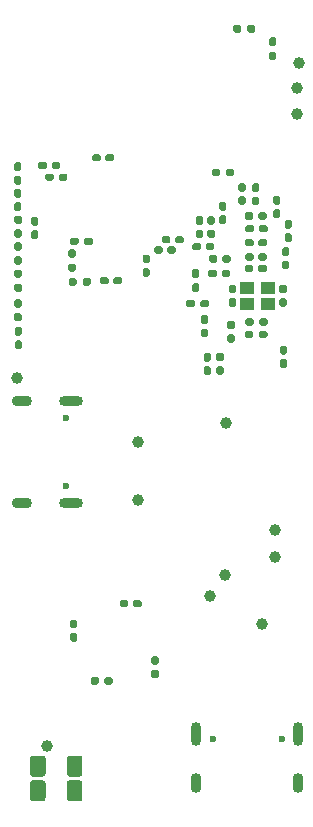
<source format=gbr>
G04 #@! TF.GenerationSoftware,KiCad,Pcbnew,7.0.8-7.0.8~ubuntu22.04.1*
G04 #@! TF.CreationDate,2023-10-22T15:09:54+03:00*
G04 #@! TF.ProjectId,H616_devboard,48363136-5f64-4657-9662-6f6172642e6b,rev?*
G04 #@! TF.SameCoordinates,Original*
G04 #@! TF.FileFunction,Soldermask,Bot*
G04 #@! TF.FilePolarity,Negative*
%FSLAX46Y46*%
G04 Gerber Fmt 4.6, Leading zero omitted, Abs format (unit mm)*
G04 Created by KiCad (PCBNEW 7.0.8-7.0.8~ubuntu22.04.1) date 2023-10-22 15:09:54*
%MOMM*%
%LPD*%
G01*
G04 APERTURE LIST*
%ADD10C,1.000000*%
%ADD11C,0.600000*%
%ADD12O,0.900000X2.000000*%
%ADD13O,0.900000X1.700000*%
%ADD14O,2.000000X0.900000*%
%ADD15O,1.700000X0.900000*%
%ADD16R,1.150000X1.000000*%
G04 APERTURE END LIST*
D10*
X145950000Y-119150000D03*
X151400000Y-115800000D03*
X153270000Y-76130000D03*
X139830000Y-106110000D03*
X147320000Y-104480000D03*
X132150000Y-131790000D03*
D11*
X146200000Y-131270000D03*
X151980000Y-131270000D03*
D12*
X144770000Y-130790000D03*
D13*
X144770000Y-134960000D03*
D12*
X153410000Y-130790000D03*
D13*
X153410000Y-134960000D03*
D10*
X147160000Y-117340000D03*
X153500000Y-74000000D03*
X153290000Y-78270000D03*
X139790000Y-110960000D03*
X151450000Y-113510000D03*
X129600000Y-100630000D03*
D11*
X133700000Y-104020000D03*
X133700000Y-109800000D03*
D14*
X134180000Y-102590000D03*
D15*
X130010000Y-102590000D03*
D14*
X134180000Y-111230000D03*
D15*
X130010000Y-111230000D03*
D10*
X150360000Y-121450000D03*
G36*
G01*
X135992500Y-88940000D02*
X135992500Y-89260000D01*
G75*
G02*
X135832500Y-89420000I-160000J0D01*
G01*
X135437500Y-89420000D01*
G75*
G02*
X135277500Y-89260000I0J160000D01*
G01*
X135277500Y-88940000D01*
G75*
G02*
X135437500Y-88780000I160000J0D01*
G01*
X135832500Y-88780000D01*
G75*
G02*
X135992500Y-88940000I0J-160000D01*
G01*
G37*
G36*
G01*
X134797500Y-88940000D02*
X134797500Y-89260000D01*
G75*
G02*
X134637500Y-89420000I-160000J0D01*
G01*
X134242500Y-89420000D01*
G75*
G02*
X134082500Y-89260000I0J160000D01*
G01*
X134082500Y-88940000D01*
G75*
G02*
X134242500Y-88780000I160000J0D01*
G01*
X134637500Y-88780000D01*
G75*
G02*
X134797500Y-88940000I0J-160000D01*
G01*
G37*
G36*
G01*
X148795000Y-86022500D02*
X148485000Y-86022500D01*
G75*
G02*
X148330000Y-85867500I0J155000D01*
G01*
X148330000Y-85442500D01*
G75*
G02*
X148485000Y-85287500I155000J0D01*
G01*
X148795000Y-85287500D01*
G75*
G02*
X148950000Y-85442500I0J-155000D01*
G01*
X148950000Y-85867500D01*
G75*
G02*
X148795000Y-86022500I-155000J0D01*
G01*
G37*
G36*
G01*
X148795000Y-84887500D02*
X148485000Y-84887500D01*
G75*
G02*
X148330000Y-84732500I0J155000D01*
G01*
X148330000Y-84307500D01*
G75*
G02*
X148485000Y-84152500I155000J0D01*
G01*
X148795000Y-84152500D01*
G75*
G02*
X148950000Y-84307500I0J-155000D01*
G01*
X148950000Y-84732500D01*
G75*
G02*
X148795000Y-84887500I-155000J0D01*
G01*
G37*
G36*
G01*
X144540000Y-91457500D02*
X144860000Y-91457500D01*
G75*
G02*
X145020000Y-91617500I0J-160000D01*
G01*
X145020000Y-92012500D01*
G75*
G02*
X144860000Y-92172500I-160000J0D01*
G01*
X144540000Y-92172500D01*
G75*
G02*
X144380000Y-92012500I0J160000D01*
G01*
X144380000Y-91617500D01*
G75*
G02*
X144540000Y-91457500I160000J0D01*
G01*
G37*
G36*
G01*
X144540000Y-92652500D02*
X144860000Y-92652500D01*
G75*
G02*
X145020000Y-92812500I0J-160000D01*
G01*
X145020000Y-93207500D01*
G75*
G02*
X144860000Y-93367500I-160000J0D01*
G01*
X144540000Y-93367500D01*
G75*
G02*
X144380000Y-93207500I0J160000D01*
G01*
X144380000Y-92812500D01*
G75*
G02*
X144540000Y-92652500I160000J0D01*
G01*
G37*
G36*
G01*
X150792500Y-96820000D02*
X150792500Y-97140000D01*
G75*
G02*
X150632500Y-97300000I-160000J0D01*
G01*
X150237500Y-97300000D01*
G75*
G02*
X150077500Y-97140000I0J160000D01*
G01*
X150077500Y-96820000D01*
G75*
G02*
X150237500Y-96660000I160000J0D01*
G01*
X150632500Y-96660000D01*
G75*
G02*
X150792500Y-96820000I0J-160000D01*
G01*
G37*
G36*
G01*
X149597500Y-96820000D02*
X149597500Y-97140000D01*
G75*
G02*
X149437500Y-97300000I-160000J0D01*
G01*
X149042500Y-97300000D01*
G75*
G02*
X148882500Y-97140000I0J160000D01*
G01*
X148882500Y-96820000D01*
G75*
G02*
X149042500Y-96660000I160000J0D01*
G01*
X149437500Y-96660000D01*
G75*
G02*
X149597500Y-96820000I0J-160000D01*
G01*
G37*
G36*
G01*
X136607500Y-92575000D02*
X136607500Y-92265000D01*
G75*
G02*
X136762500Y-92110000I155000J0D01*
G01*
X137187500Y-92110000D01*
G75*
G02*
X137342500Y-92265000I0J-155000D01*
G01*
X137342500Y-92575000D01*
G75*
G02*
X137187500Y-92730000I-155000J0D01*
G01*
X136762500Y-92730000D01*
G75*
G02*
X136607500Y-92575000I0J155000D01*
G01*
G37*
G36*
G01*
X137742500Y-92575000D02*
X137742500Y-92265000D01*
G75*
G02*
X137897500Y-92110000I155000J0D01*
G01*
X138322500Y-92110000D01*
G75*
G02*
X138477500Y-92265000I0J-155000D01*
G01*
X138477500Y-92575000D01*
G75*
G02*
X138322500Y-92730000I-155000J0D01*
G01*
X137897500Y-92730000D01*
G75*
G02*
X137742500Y-92575000I0J155000D01*
G01*
G37*
G36*
G01*
X145827500Y-94200000D02*
X145827500Y-94520000D01*
G75*
G02*
X145667500Y-94680000I-160000J0D01*
G01*
X145272500Y-94680000D01*
G75*
G02*
X145112500Y-94520000I0J160000D01*
G01*
X145112500Y-94200000D01*
G75*
G02*
X145272500Y-94040000I160000J0D01*
G01*
X145667500Y-94040000D01*
G75*
G02*
X145827500Y-94200000I0J-160000D01*
G01*
G37*
G36*
G01*
X144632500Y-94200000D02*
X144632500Y-94520000D01*
G75*
G02*
X144472500Y-94680000I-160000J0D01*
G01*
X144077500Y-94680000D01*
G75*
G02*
X143917500Y-94520000I0J160000D01*
G01*
X143917500Y-94200000D01*
G75*
G02*
X144077500Y-94040000I160000J0D01*
G01*
X144472500Y-94040000D01*
G75*
G02*
X144632500Y-94200000I0J-160000D01*
G01*
G37*
G36*
G01*
X151945000Y-92752500D02*
X152255000Y-92752500D01*
G75*
G02*
X152410000Y-92907500I0J-155000D01*
G01*
X152410000Y-93332500D01*
G75*
G02*
X152255000Y-93487500I-155000J0D01*
G01*
X151945000Y-93487500D01*
G75*
G02*
X151790000Y-93332500I0J155000D01*
G01*
X151790000Y-92907500D01*
G75*
G02*
X151945000Y-92752500I155000J0D01*
G01*
G37*
G36*
G01*
X151945000Y-93887500D02*
X152255000Y-93887500D01*
G75*
G02*
X152410000Y-94042500I0J-155000D01*
G01*
X152410000Y-94467500D01*
G75*
G02*
X152255000Y-94622500I-155000J0D01*
G01*
X151945000Y-94622500D01*
G75*
G02*
X151790000Y-94467500I0J155000D01*
G01*
X151790000Y-94042500D01*
G75*
G02*
X151945000Y-93887500I155000J0D01*
G01*
G37*
G36*
G01*
X146615000Y-98517500D02*
X146925000Y-98517500D01*
G75*
G02*
X147080000Y-98672500I0J-155000D01*
G01*
X147080000Y-99097500D01*
G75*
G02*
X146925000Y-99252500I-155000J0D01*
G01*
X146615000Y-99252500D01*
G75*
G02*
X146460000Y-99097500I0J155000D01*
G01*
X146460000Y-98672500D01*
G75*
G02*
X146615000Y-98517500I155000J0D01*
G01*
G37*
G36*
G01*
X146615000Y-99652500D02*
X146925000Y-99652500D01*
G75*
G02*
X147080000Y-99807500I0J-155000D01*
G01*
X147080000Y-100232500D01*
G75*
G02*
X146925000Y-100387500I-155000J0D01*
G01*
X146615000Y-100387500D01*
G75*
G02*
X146460000Y-100232500I0J155000D01*
G01*
X146460000Y-99807500D01*
G75*
G02*
X146615000Y-99652500I155000J0D01*
G01*
G37*
G36*
G01*
X149772500Y-70940000D02*
X149772500Y-71260000D01*
G75*
G02*
X149612500Y-71420000I-160000J0D01*
G01*
X149217500Y-71420000D01*
G75*
G02*
X149057500Y-71260000I0J160000D01*
G01*
X149057500Y-70940000D01*
G75*
G02*
X149217500Y-70780000I160000J0D01*
G01*
X149612500Y-70780000D01*
G75*
G02*
X149772500Y-70940000I0J-160000D01*
G01*
G37*
G36*
G01*
X148577500Y-70940000D02*
X148577500Y-71260000D01*
G75*
G02*
X148417500Y-71420000I-160000J0D01*
G01*
X148022500Y-71420000D01*
G75*
G02*
X147862500Y-71260000I0J160000D01*
G01*
X147862500Y-70940000D01*
G75*
G02*
X148022500Y-70780000I160000J0D01*
G01*
X148417500Y-70780000D01*
G75*
G02*
X148577500Y-70940000I0J-160000D01*
G01*
G37*
G36*
G01*
X147555000Y-95802500D02*
X147865000Y-95802500D01*
G75*
G02*
X148020000Y-95957500I0J-155000D01*
G01*
X148020000Y-96382500D01*
G75*
G02*
X147865000Y-96537500I-155000J0D01*
G01*
X147555000Y-96537500D01*
G75*
G02*
X147400000Y-96382500I0J155000D01*
G01*
X147400000Y-95957500D01*
G75*
G02*
X147555000Y-95802500I155000J0D01*
G01*
G37*
G36*
G01*
X147555000Y-96937500D02*
X147865000Y-96937500D01*
G75*
G02*
X148020000Y-97092500I0J-155000D01*
G01*
X148020000Y-97517500D01*
G75*
G02*
X147865000Y-97672500I-155000J0D01*
G01*
X147555000Y-97672500D01*
G75*
G02*
X147400000Y-97517500I0J155000D01*
G01*
X147400000Y-97092500D01*
G75*
G02*
X147555000Y-96937500I155000J0D01*
G01*
G37*
G36*
G01*
X129495000Y-82417500D02*
X129805000Y-82417500D01*
G75*
G02*
X129960000Y-82572500I0J-155000D01*
G01*
X129960000Y-82997500D01*
G75*
G02*
X129805000Y-83152500I-155000J0D01*
G01*
X129495000Y-83152500D01*
G75*
G02*
X129340000Y-82997500I0J155000D01*
G01*
X129340000Y-82572500D01*
G75*
G02*
X129495000Y-82417500I155000J0D01*
G01*
G37*
G36*
G01*
X129495000Y-83552500D02*
X129805000Y-83552500D01*
G75*
G02*
X129960000Y-83707500I0J-155000D01*
G01*
X129960000Y-84132500D01*
G75*
G02*
X129805000Y-84287500I-155000J0D01*
G01*
X129495000Y-84287500D01*
G75*
G02*
X129340000Y-84132500I0J155000D01*
G01*
X129340000Y-83707500D01*
G75*
G02*
X129495000Y-83552500I155000J0D01*
G01*
G37*
G36*
G01*
X147967500Y-83100000D02*
X147967500Y-83420000D01*
G75*
G02*
X147807500Y-83580000I-160000J0D01*
G01*
X147412500Y-83580000D01*
G75*
G02*
X147252500Y-83420000I0J160000D01*
G01*
X147252500Y-83100000D01*
G75*
G02*
X147412500Y-82940000I160000J0D01*
G01*
X147807500Y-82940000D01*
G75*
G02*
X147967500Y-83100000I0J-160000D01*
G01*
G37*
G36*
G01*
X146772500Y-83100000D02*
X146772500Y-83420000D01*
G75*
G02*
X146612500Y-83580000I-160000J0D01*
G01*
X146217500Y-83580000D01*
G75*
G02*
X146057500Y-83420000I0J160000D01*
G01*
X146057500Y-83100000D01*
G75*
G02*
X146217500Y-82940000I160000J0D01*
G01*
X146612500Y-82940000D01*
G75*
G02*
X146772500Y-83100000I0J-160000D01*
G01*
G37*
G36*
G01*
X134400000Y-91687500D02*
X134080000Y-91687500D01*
G75*
G02*
X133920000Y-91527500I0J160000D01*
G01*
X133920000Y-91132500D01*
G75*
G02*
X134080000Y-90972500I160000J0D01*
G01*
X134400000Y-90972500D01*
G75*
G02*
X134560000Y-91132500I0J-160000D01*
G01*
X134560000Y-91527500D01*
G75*
G02*
X134400000Y-91687500I-160000J0D01*
G01*
G37*
G36*
G01*
X134400000Y-90492500D02*
X134080000Y-90492500D01*
G75*
G02*
X133920000Y-90332500I0J160000D01*
G01*
X133920000Y-89937500D01*
G75*
G02*
X134080000Y-89777500I160000J0D01*
G01*
X134400000Y-89777500D01*
G75*
G02*
X134560000Y-89937500I0J-160000D01*
G01*
X134560000Y-90332500D01*
G75*
G02*
X134400000Y-90492500I-160000J0D01*
G01*
G37*
G36*
G01*
X150737500Y-91245000D02*
X150737500Y-91555000D01*
G75*
G02*
X150582500Y-91710000I-155000J0D01*
G01*
X150157500Y-91710000D01*
G75*
G02*
X150002500Y-91555000I0J155000D01*
G01*
X150002500Y-91245000D01*
G75*
G02*
X150157500Y-91090000I155000J0D01*
G01*
X150582500Y-91090000D01*
G75*
G02*
X150737500Y-91245000I0J-155000D01*
G01*
G37*
G36*
G01*
X149602500Y-91245000D02*
X149602500Y-91555000D01*
G75*
G02*
X149447500Y-91710000I-155000J0D01*
G01*
X149022500Y-91710000D01*
G75*
G02*
X148867500Y-91555000I0J155000D01*
G01*
X148867500Y-91245000D01*
G75*
G02*
X149022500Y-91090000I155000J0D01*
G01*
X149447500Y-91090000D01*
G75*
G02*
X149602500Y-91245000I0J-155000D01*
G01*
G37*
G36*
G01*
X135122500Y-134960000D02*
X135122500Y-136260000D01*
G75*
G02*
X134872500Y-136510000I-250000J0D01*
G01*
X134047500Y-136510000D01*
G75*
G02*
X133797500Y-136260000I0J250000D01*
G01*
X133797500Y-134960000D01*
G75*
G02*
X134047500Y-134710000I250000J0D01*
G01*
X134872500Y-134710000D01*
G75*
G02*
X135122500Y-134960000I0J-250000D01*
G01*
G37*
G36*
G01*
X131997500Y-134960000D02*
X131997500Y-136260000D01*
G75*
G02*
X131747500Y-136510000I-250000J0D01*
G01*
X130922500Y-136510000D01*
G75*
G02*
X130672500Y-136260000I0J250000D01*
G01*
X130672500Y-134960000D01*
G75*
G02*
X130922500Y-134710000I250000J0D01*
G01*
X131747500Y-134710000D01*
G75*
G02*
X131997500Y-134960000I0J-250000D01*
G01*
G37*
G36*
G01*
X135127500Y-132880000D02*
X135127500Y-134180000D01*
G75*
G02*
X134877500Y-134430000I-250000J0D01*
G01*
X134052500Y-134430000D01*
G75*
G02*
X133802500Y-134180000I0J250000D01*
G01*
X133802500Y-132880000D01*
G75*
G02*
X134052500Y-132630000I250000J0D01*
G01*
X134877500Y-132630000D01*
G75*
G02*
X135127500Y-132880000I0J-250000D01*
G01*
G37*
G36*
G01*
X132002500Y-132880000D02*
X132002500Y-134180000D01*
G75*
G02*
X131752500Y-134430000I-250000J0D01*
G01*
X130927500Y-134430000D01*
G75*
G02*
X130677500Y-134180000I0J250000D01*
G01*
X130677500Y-132880000D01*
G75*
G02*
X130927500Y-132630000I250000J0D01*
G01*
X131752500Y-132630000D01*
G75*
G02*
X132002500Y-132880000I0J-250000D01*
G01*
G37*
G36*
G01*
X152395000Y-87292500D02*
X152705000Y-87292500D01*
G75*
G02*
X152860000Y-87447500I0J-155000D01*
G01*
X152860000Y-87872500D01*
G75*
G02*
X152705000Y-88027500I-155000J0D01*
G01*
X152395000Y-88027500D01*
G75*
G02*
X152240000Y-87872500I0J155000D01*
G01*
X152240000Y-87447500D01*
G75*
G02*
X152395000Y-87292500I155000J0D01*
G01*
G37*
G36*
G01*
X152395000Y-88427500D02*
X152705000Y-88427500D01*
G75*
G02*
X152860000Y-88582500I0J-155000D01*
G01*
X152860000Y-89007500D01*
G75*
G02*
X152705000Y-89162500I-155000J0D01*
G01*
X152395000Y-89162500D01*
G75*
G02*
X152240000Y-89007500I0J155000D01*
G01*
X152240000Y-88582500D01*
G75*
G02*
X152395000Y-88427500I155000J0D01*
G01*
G37*
G36*
G01*
X151735000Y-87125000D02*
X151425000Y-87125000D01*
G75*
G02*
X151270000Y-86970000I0J155000D01*
G01*
X151270000Y-86545000D01*
G75*
G02*
X151425000Y-86390000I155000J0D01*
G01*
X151735000Y-86390000D01*
G75*
G02*
X151890000Y-86545000I0J-155000D01*
G01*
X151890000Y-86970000D01*
G75*
G02*
X151735000Y-87125000I-155000J0D01*
G01*
G37*
G36*
G01*
X151735000Y-85990000D02*
X151425000Y-85990000D01*
G75*
G02*
X151270000Y-85835000I0J155000D01*
G01*
X151270000Y-85410000D01*
G75*
G02*
X151425000Y-85255000I155000J0D01*
G01*
X151735000Y-85255000D01*
G75*
G02*
X151890000Y-85410000I0J-155000D01*
G01*
X151890000Y-85835000D01*
G75*
G02*
X151735000Y-85990000I-155000J0D01*
G01*
G37*
G36*
G01*
X143712500Y-88805000D02*
X143712500Y-89115000D01*
G75*
G02*
X143557500Y-89270000I-155000J0D01*
G01*
X143132500Y-89270000D01*
G75*
G02*
X142977500Y-89115000I0J155000D01*
G01*
X142977500Y-88805000D01*
G75*
G02*
X143132500Y-88650000I155000J0D01*
G01*
X143557500Y-88650000D01*
G75*
G02*
X143712500Y-88805000I0J-155000D01*
G01*
G37*
G36*
G01*
X142577500Y-88805000D02*
X142577500Y-89115000D01*
G75*
G02*
X142422500Y-89270000I-155000J0D01*
G01*
X141997500Y-89270000D01*
G75*
G02*
X141842500Y-89115000I0J155000D01*
G01*
X141842500Y-88805000D01*
G75*
G02*
X141997500Y-88650000I155000J0D01*
G01*
X142422500Y-88650000D01*
G75*
G02*
X142577500Y-88805000I0J-155000D01*
G01*
G37*
G36*
G01*
X129525000Y-86912500D02*
X129835000Y-86912500D01*
G75*
G02*
X129990000Y-87067500I0J-155000D01*
G01*
X129990000Y-87492500D01*
G75*
G02*
X129835000Y-87647500I-155000J0D01*
G01*
X129525000Y-87647500D01*
G75*
G02*
X129370000Y-87492500I0J155000D01*
G01*
X129370000Y-87067500D01*
G75*
G02*
X129525000Y-86912500I155000J0D01*
G01*
G37*
G36*
G01*
X129525000Y-88047500D02*
X129835000Y-88047500D01*
G75*
G02*
X129990000Y-88202500I0J-155000D01*
G01*
X129990000Y-88627500D01*
G75*
G02*
X129835000Y-88782500I-155000J0D01*
G01*
X129525000Y-88782500D01*
G75*
G02*
X129370000Y-88627500I0J155000D01*
G01*
X129370000Y-88202500D01*
G75*
G02*
X129525000Y-88047500I155000J0D01*
G01*
G37*
G36*
G01*
X131372500Y-82835000D02*
X131372500Y-82525000D01*
G75*
G02*
X131527500Y-82370000I155000J0D01*
G01*
X131952500Y-82370000D01*
G75*
G02*
X132107500Y-82525000I0J-155000D01*
G01*
X132107500Y-82835000D01*
G75*
G02*
X131952500Y-82990000I-155000J0D01*
G01*
X131527500Y-82990000D01*
G75*
G02*
X131372500Y-82835000I0J155000D01*
G01*
G37*
G36*
G01*
X132507500Y-82835000D02*
X132507500Y-82525000D01*
G75*
G02*
X132662500Y-82370000I155000J0D01*
G01*
X133087500Y-82370000D01*
G75*
G02*
X133242500Y-82525000I0J-155000D01*
G01*
X133242500Y-82835000D01*
G75*
G02*
X133087500Y-82990000I-155000J0D01*
G01*
X132662500Y-82990000D01*
G75*
G02*
X132507500Y-82835000I0J155000D01*
G01*
G37*
G36*
G01*
X143047500Y-89675000D02*
X143047500Y-89985000D01*
G75*
G02*
X142892500Y-90140000I-155000J0D01*
G01*
X142467500Y-90140000D01*
G75*
G02*
X142312500Y-89985000I0J155000D01*
G01*
X142312500Y-89675000D01*
G75*
G02*
X142467500Y-89520000I155000J0D01*
G01*
X142892500Y-89520000D01*
G75*
G02*
X143047500Y-89675000I0J-155000D01*
G01*
G37*
G36*
G01*
X141912500Y-89675000D02*
X141912500Y-89985000D01*
G75*
G02*
X141757500Y-90140000I-155000J0D01*
G01*
X141332500Y-90140000D01*
G75*
G02*
X141177500Y-89985000I0J155000D01*
G01*
X141177500Y-89675000D01*
G75*
G02*
X141332500Y-89520000I155000J0D01*
G01*
X141757500Y-89520000D01*
G75*
G02*
X141912500Y-89675000I0J-155000D01*
G01*
G37*
G36*
G01*
X151995000Y-97942500D02*
X152305000Y-97942500D01*
G75*
G02*
X152460000Y-98097500I0J-155000D01*
G01*
X152460000Y-98522500D01*
G75*
G02*
X152305000Y-98677500I-155000J0D01*
G01*
X151995000Y-98677500D01*
G75*
G02*
X151840000Y-98522500I0J155000D01*
G01*
X151840000Y-98097500D01*
G75*
G02*
X151995000Y-97942500I155000J0D01*
G01*
G37*
G36*
G01*
X151995000Y-99077500D02*
X152305000Y-99077500D01*
G75*
G02*
X152460000Y-99232500I0J-155000D01*
G01*
X152460000Y-99657500D01*
G75*
G02*
X152305000Y-99812500I-155000J0D01*
G01*
X151995000Y-99812500D01*
G75*
G02*
X151840000Y-99657500I0J155000D01*
G01*
X151840000Y-99232500D01*
G75*
G02*
X151995000Y-99077500I155000J0D01*
G01*
G37*
G36*
G01*
X131977500Y-83815000D02*
X131977500Y-83505000D01*
G75*
G02*
X132132500Y-83350000I155000J0D01*
G01*
X132557500Y-83350000D01*
G75*
G02*
X132712500Y-83505000I0J-155000D01*
G01*
X132712500Y-83815000D01*
G75*
G02*
X132557500Y-83970000I-155000J0D01*
G01*
X132132500Y-83970000D01*
G75*
G02*
X131977500Y-83815000I0J155000D01*
G01*
G37*
G36*
G01*
X133112500Y-83815000D02*
X133112500Y-83505000D01*
G75*
G02*
X133267500Y-83350000I155000J0D01*
G01*
X133692500Y-83350000D01*
G75*
G02*
X133847500Y-83505000I0J-155000D01*
G01*
X133847500Y-83815000D01*
G75*
G02*
X133692500Y-83970000I-155000J0D01*
G01*
X133267500Y-83970000D01*
G75*
G02*
X133112500Y-83815000I0J155000D01*
G01*
G37*
G36*
G01*
X140365000Y-90217500D02*
X140675000Y-90217500D01*
G75*
G02*
X140830000Y-90372500I0J-155000D01*
G01*
X140830000Y-90797500D01*
G75*
G02*
X140675000Y-90952500I-155000J0D01*
G01*
X140365000Y-90952500D01*
G75*
G02*
X140210000Y-90797500I0J155000D01*
G01*
X140210000Y-90372500D01*
G75*
G02*
X140365000Y-90217500I155000J0D01*
G01*
G37*
G36*
G01*
X140365000Y-91352500D02*
X140675000Y-91352500D01*
G75*
G02*
X140830000Y-91507500I0J-155000D01*
G01*
X140830000Y-91932500D01*
G75*
G02*
X140675000Y-92087500I-155000J0D01*
G01*
X140365000Y-92087500D01*
G75*
G02*
X140210000Y-91932500I0J155000D01*
G01*
X140210000Y-91507500D01*
G75*
G02*
X140365000Y-91352500I155000J0D01*
G01*
G37*
G36*
G01*
X151380000Y-73737500D02*
X151060000Y-73737500D01*
G75*
G02*
X150900000Y-73577500I0J160000D01*
G01*
X150900000Y-73182500D01*
G75*
G02*
X151060000Y-73022500I160000J0D01*
G01*
X151380000Y-73022500D01*
G75*
G02*
X151540000Y-73182500I0J-160000D01*
G01*
X151540000Y-73577500D01*
G75*
G02*
X151380000Y-73737500I-160000J0D01*
G01*
G37*
G36*
G01*
X151380000Y-72542500D02*
X151060000Y-72542500D01*
G75*
G02*
X150900000Y-72382500I0J160000D01*
G01*
X150900000Y-71987500D01*
G75*
G02*
X151060000Y-71827500I160000J0D01*
G01*
X151380000Y-71827500D01*
G75*
G02*
X151540000Y-71987500I0J-160000D01*
G01*
X151540000Y-72382500D01*
G75*
G02*
X151380000Y-72542500I-160000J0D01*
G01*
G37*
G36*
G01*
X150792500Y-87875000D02*
X150792500Y-88185000D01*
G75*
G02*
X150637500Y-88340000I-155000J0D01*
G01*
X150212500Y-88340000D01*
G75*
G02*
X150057500Y-88185000I0J155000D01*
G01*
X150057500Y-87875000D01*
G75*
G02*
X150212500Y-87720000I155000J0D01*
G01*
X150637500Y-87720000D01*
G75*
G02*
X150792500Y-87875000I0J-155000D01*
G01*
G37*
G36*
G01*
X149657500Y-87875000D02*
X149657500Y-88185000D01*
G75*
G02*
X149502500Y-88340000I-155000J0D01*
G01*
X149077500Y-88340000D01*
G75*
G02*
X148922500Y-88185000I0J155000D01*
G01*
X148922500Y-87875000D01*
G75*
G02*
X149077500Y-87720000I155000J0D01*
G01*
X149502500Y-87720000D01*
G75*
G02*
X149657500Y-87875000I0J-155000D01*
G01*
G37*
G36*
G01*
X145535000Y-98535000D02*
X145845000Y-98535000D01*
G75*
G02*
X146000000Y-98690000I0J-155000D01*
G01*
X146000000Y-99115000D01*
G75*
G02*
X145845000Y-99270000I-155000J0D01*
G01*
X145535000Y-99270000D01*
G75*
G02*
X145380000Y-99115000I0J155000D01*
G01*
X145380000Y-98690000D01*
G75*
G02*
X145535000Y-98535000I155000J0D01*
G01*
G37*
G36*
G01*
X145535000Y-99670000D02*
X145845000Y-99670000D01*
G75*
G02*
X146000000Y-99825000I0J-155000D01*
G01*
X146000000Y-100250000D01*
G75*
G02*
X145845000Y-100405000I-155000J0D01*
G01*
X145535000Y-100405000D01*
G75*
G02*
X145380000Y-100250000I0J155000D01*
G01*
X145380000Y-99825000D01*
G75*
G02*
X145535000Y-99670000I155000J0D01*
G01*
G37*
G36*
G01*
X129815000Y-95877500D02*
X129505000Y-95877500D01*
G75*
G02*
X129350000Y-95722500I0J155000D01*
G01*
X129350000Y-95297500D01*
G75*
G02*
X129505000Y-95142500I155000J0D01*
G01*
X129815000Y-95142500D01*
G75*
G02*
X129970000Y-95297500I0J-155000D01*
G01*
X129970000Y-95722500D01*
G75*
G02*
X129815000Y-95877500I-155000J0D01*
G01*
G37*
G36*
G01*
X129815000Y-94742500D02*
X129505000Y-94742500D01*
G75*
G02*
X129350000Y-94587500I0J155000D01*
G01*
X129350000Y-94162500D01*
G75*
G02*
X129505000Y-94007500I155000J0D01*
G01*
X129815000Y-94007500D01*
G75*
G02*
X129970000Y-94162500I0J-155000D01*
G01*
X129970000Y-94587500D01*
G75*
G02*
X129815000Y-94742500I-155000J0D01*
G01*
G37*
G36*
G01*
X147975000Y-94635000D02*
X147665000Y-94635000D01*
G75*
G02*
X147510000Y-94480000I0J155000D01*
G01*
X147510000Y-94055000D01*
G75*
G02*
X147665000Y-93900000I155000J0D01*
G01*
X147975000Y-93900000D01*
G75*
G02*
X148130000Y-94055000I0J-155000D01*
G01*
X148130000Y-94480000D01*
G75*
G02*
X147975000Y-94635000I-155000J0D01*
G01*
G37*
G36*
G01*
X147975000Y-93500000D02*
X147665000Y-93500000D01*
G75*
G02*
X147510000Y-93345000I0J155000D01*
G01*
X147510000Y-92920000D01*
G75*
G02*
X147665000Y-92765000I155000J0D01*
G01*
X147975000Y-92765000D01*
G75*
G02*
X148130000Y-92920000I0J-155000D01*
G01*
X148130000Y-93345000D01*
G75*
G02*
X147975000Y-93500000I-155000J0D01*
G01*
G37*
G36*
G01*
X137682500Y-126155000D02*
X137682500Y-126465000D01*
G75*
G02*
X137527500Y-126620000I-155000J0D01*
G01*
X137102500Y-126620000D01*
G75*
G02*
X136947500Y-126465000I0J155000D01*
G01*
X136947500Y-126155000D01*
G75*
G02*
X137102500Y-126000000I155000J0D01*
G01*
X137527500Y-126000000D01*
G75*
G02*
X137682500Y-126155000I0J-155000D01*
G01*
G37*
G36*
G01*
X136547500Y-126155000D02*
X136547500Y-126465000D01*
G75*
G02*
X136392500Y-126620000I-155000J0D01*
G01*
X135967500Y-126620000D01*
G75*
G02*
X135812500Y-126465000I0J155000D01*
G01*
X135812500Y-126155000D01*
G75*
G02*
X135967500Y-126000000I155000J0D01*
G01*
X136392500Y-126000000D01*
G75*
G02*
X136547500Y-126155000I0J-155000D01*
G01*
G37*
G36*
G01*
X145817500Y-90735000D02*
X145817500Y-90425000D01*
G75*
G02*
X145972500Y-90270000I155000J0D01*
G01*
X146397500Y-90270000D01*
G75*
G02*
X146552500Y-90425000I0J-155000D01*
G01*
X146552500Y-90735000D01*
G75*
G02*
X146397500Y-90890000I-155000J0D01*
G01*
X145972500Y-90890000D01*
G75*
G02*
X145817500Y-90735000I0J155000D01*
G01*
G37*
G36*
G01*
X146952500Y-90735000D02*
X146952500Y-90425000D01*
G75*
G02*
X147107500Y-90270000I155000J0D01*
G01*
X147532500Y-90270000D01*
G75*
G02*
X147687500Y-90425000I0J-155000D01*
G01*
X147687500Y-90735000D01*
G75*
G02*
X147532500Y-90890000I-155000J0D01*
G01*
X147107500Y-90890000D01*
G75*
G02*
X146952500Y-90735000I0J155000D01*
G01*
G37*
G36*
G01*
X146845000Y-85767500D02*
X147155000Y-85767500D01*
G75*
G02*
X147310000Y-85922500I0J-155000D01*
G01*
X147310000Y-86347500D01*
G75*
G02*
X147155000Y-86502500I-155000J0D01*
G01*
X146845000Y-86502500D01*
G75*
G02*
X146690000Y-86347500I0J155000D01*
G01*
X146690000Y-85922500D01*
G75*
G02*
X146845000Y-85767500I155000J0D01*
G01*
G37*
G36*
G01*
X146845000Y-86902500D02*
X147155000Y-86902500D01*
G75*
G02*
X147310000Y-87057500I0J-155000D01*
G01*
X147310000Y-87482500D01*
G75*
G02*
X147155000Y-87637500I-155000J0D01*
G01*
X146845000Y-87637500D01*
G75*
G02*
X146690000Y-87482500I0J155000D01*
G01*
X146690000Y-87057500D01*
G75*
G02*
X146845000Y-86902500I155000J0D01*
G01*
G37*
G36*
G01*
X150752500Y-89045000D02*
X150752500Y-89355000D01*
G75*
G02*
X150597500Y-89510000I-155000J0D01*
G01*
X150172500Y-89510000D01*
G75*
G02*
X150017500Y-89355000I0J155000D01*
G01*
X150017500Y-89045000D01*
G75*
G02*
X150172500Y-88890000I155000J0D01*
G01*
X150597500Y-88890000D01*
G75*
G02*
X150752500Y-89045000I0J-155000D01*
G01*
G37*
G36*
G01*
X149617500Y-89045000D02*
X149617500Y-89355000D01*
G75*
G02*
X149462500Y-89510000I-155000J0D01*
G01*
X149037500Y-89510000D01*
G75*
G02*
X148882500Y-89355000I0J155000D01*
G01*
X148882500Y-89045000D01*
G75*
G02*
X149037500Y-88890000I155000J0D01*
G01*
X149462500Y-88890000D01*
G75*
G02*
X149617500Y-89045000I0J-155000D01*
G01*
G37*
G36*
G01*
X141425000Y-126102500D02*
X141115000Y-126102500D01*
G75*
G02*
X140960000Y-125947500I0J155000D01*
G01*
X140960000Y-125522500D01*
G75*
G02*
X141115000Y-125367500I155000J0D01*
G01*
X141425000Y-125367500D01*
G75*
G02*
X141580000Y-125522500I0J-155000D01*
G01*
X141580000Y-125947500D01*
G75*
G02*
X141425000Y-126102500I-155000J0D01*
G01*
G37*
G36*
G01*
X141425000Y-124967500D02*
X141115000Y-124967500D01*
G75*
G02*
X140960000Y-124812500I0J155000D01*
G01*
X140960000Y-124387500D01*
G75*
G02*
X141115000Y-124232500I155000J0D01*
G01*
X141425000Y-124232500D01*
G75*
G02*
X141580000Y-124387500I0J-155000D01*
G01*
X141580000Y-124812500D01*
G75*
G02*
X141425000Y-124967500I-155000J0D01*
G01*
G37*
G36*
G01*
X144885000Y-86957500D02*
X145195000Y-86957500D01*
G75*
G02*
X145350000Y-87112500I0J-155000D01*
G01*
X145350000Y-87537500D01*
G75*
G02*
X145195000Y-87692500I-155000J0D01*
G01*
X144885000Y-87692500D01*
G75*
G02*
X144730000Y-87537500I0J155000D01*
G01*
X144730000Y-87112500D01*
G75*
G02*
X144885000Y-86957500I155000J0D01*
G01*
G37*
G36*
G01*
X144885000Y-88092500D02*
X145195000Y-88092500D01*
G75*
G02*
X145350000Y-88247500I0J-155000D01*
G01*
X145350000Y-88672500D01*
G75*
G02*
X145195000Y-88827500I-155000J0D01*
G01*
X144885000Y-88827500D01*
G75*
G02*
X144730000Y-88672500I0J155000D01*
G01*
X144730000Y-88247500D01*
G75*
G02*
X144885000Y-88092500I155000J0D01*
G01*
G37*
G36*
G01*
X150717500Y-86795000D02*
X150717500Y-87105000D01*
G75*
G02*
X150562500Y-87260000I-155000J0D01*
G01*
X150137500Y-87260000D01*
G75*
G02*
X149982500Y-87105000I0J155000D01*
G01*
X149982500Y-86795000D01*
G75*
G02*
X150137500Y-86640000I155000J0D01*
G01*
X150562500Y-86640000D01*
G75*
G02*
X150717500Y-86795000I0J-155000D01*
G01*
G37*
G36*
G01*
X149582500Y-86795000D02*
X149582500Y-87105000D01*
G75*
G02*
X149427500Y-87260000I-155000J0D01*
G01*
X149002500Y-87260000D01*
G75*
G02*
X148847500Y-87105000I0J155000D01*
G01*
X148847500Y-86795000D01*
G75*
G02*
X149002500Y-86640000I155000J0D01*
G01*
X149427500Y-86640000D01*
G75*
G02*
X149582500Y-86795000I0J-155000D01*
G01*
G37*
G36*
G01*
X134545000Y-122992500D02*
X134235000Y-122992500D01*
G75*
G02*
X134080000Y-122837500I0J155000D01*
G01*
X134080000Y-122412500D01*
G75*
G02*
X134235000Y-122257500I155000J0D01*
G01*
X134545000Y-122257500D01*
G75*
G02*
X134700000Y-122412500I0J-155000D01*
G01*
X134700000Y-122837500D01*
G75*
G02*
X134545000Y-122992500I-155000J0D01*
G01*
G37*
G36*
G01*
X134545000Y-121857500D02*
X134235000Y-121857500D01*
G75*
G02*
X134080000Y-121702500I0J155000D01*
G01*
X134080000Y-121277500D01*
G75*
G02*
X134235000Y-121122500I155000J0D01*
G01*
X134545000Y-121122500D01*
G75*
G02*
X134700000Y-121277500I0J-155000D01*
G01*
X134700000Y-121702500D01*
G75*
G02*
X134545000Y-121857500I-155000J0D01*
G01*
G37*
G36*
G01*
X135857500Y-92370000D02*
X135857500Y-92690000D01*
G75*
G02*
X135697500Y-92850000I-160000J0D01*
G01*
X135302500Y-92850000D01*
G75*
G02*
X135142500Y-92690000I0J160000D01*
G01*
X135142500Y-92370000D01*
G75*
G02*
X135302500Y-92210000I160000J0D01*
G01*
X135697500Y-92210000D01*
G75*
G02*
X135857500Y-92370000I0J-160000D01*
G01*
G37*
G36*
G01*
X134662500Y-92370000D02*
X134662500Y-92690000D01*
G75*
G02*
X134502500Y-92850000I-160000J0D01*
G01*
X134107500Y-92850000D01*
G75*
G02*
X133947500Y-92690000I0J160000D01*
G01*
X133947500Y-92370000D01*
G75*
G02*
X134107500Y-92210000I160000J0D01*
G01*
X134502500Y-92210000D01*
G75*
G02*
X134662500Y-92370000I0J-160000D01*
G01*
G37*
G36*
G01*
X144427500Y-89705000D02*
X144427500Y-89395000D01*
G75*
G02*
X144582500Y-89240000I155000J0D01*
G01*
X145007500Y-89240000D01*
G75*
G02*
X145162500Y-89395000I0J-155000D01*
G01*
X145162500Y-89705000D01*
G75*
G02*
X145007500Y-89860000I-155000J0D01*
G01*
X144582500Y-89860000D01*
G75*
G02*
X144427500Y-89705000I0J155000D01*
G01*
G37*
G36*
G01*
X145562500Y-89705000D02*
X145562500Y-89395000D01*
G75*
G02*
X145717500Y-89240000I155000J0D01*
G01*
X146142500Y-89240000D01*
G75*
G02*
X146297500Y-89395000I0J-155000D01*
G01*
X146297500Y-89705000D01*
G75*
G02*
X146142500Y-89860000I-155000J0D01*
G01*
X145717500Y-89860000D01*
G75*
G02*
X145562500Y-89705000I0J155000D01*
G01*
G37*
G36*
G01*
X149945000Y-86047500D02*
X149635000Y-86047500D01*
G75*
G02*
X149480000Y-85892500I0J155000D01*
G01*
X149480000Y-85467500D01*
G75*
G02*
X149635000Y-85312500I155000J0D01*
G01*
X149945000Y-85312500D01*
G75*
G02*
X150100000Y-85467500I0J-155000D01*
G01*
X150100000Y-85892500D01*
G75*
G02*
X149945000Y-86047500I-155000J0D01*
G01*
G37*
G36*
G01*
X149945000Y-84912500D02*
X149635000Y-84912500D01*
G75*
G02*
X149480000Y-84757500I0J155000D01*
G01*
X149480000Y-84332500D01*
G75*
G02*
X149635000Y-84177500I155000J0D01*
G01*
X149945000Y-84177500D01*
G75*
G02*
X150100000Y-84332500I0J-155000D01*
G01*
X150100000Y-84757500D01*
G75*
G02*
X149945000Y-84912500I-155000J0D01*
G01*
G37*
G36*
G01*
X140137500Y-119605000D02*
X140137500Y-119915000D01*
G75*
G02*
X139982500Y-120070000I-155000J0D01*
G01*
X139557500Y-120070000D01*
G75*
G02*
X139402500Y-119915000I0J155000D01*
G01*
X139402500Y-119605000D01*
G75*
G02*
X139557500Y-119450000I155000J0D01*
G01*
X139982500Y-119450000D01*
G75*
G02*
X140137500Y-119605000I0J-155000D01*
G01*
G37*
G36*
G01*
X139002500Y-119605000D02*
X139002500Y-119915000D01*
G75*
G02*
X138847500Y-120070000I-155000J0D01*
G01*
X138422500Y-120070000D01*
G75*
G02*
X138267500Y-119915000I0J155000D01*
G01*
X138267500Y-119605000D01*
G75*
G02*
X138422500Y-119450000I155000J0D01*
G01*
X138847500Y-119450000D01*
G75*
G02*
X139002500Y-119605000I0J-155000D01*
G01*
G37*
G36*
G01*
X150752500Y-90255000D02*
X150752500Y-90565000D01*
G75*
G02*
X150597500Y-90720000I-155000J0D01*
G01*
X150172500Y-90720000D01*
G75*
G02*
X150017500Y-90565000I0J155000D01*
G01*
X150017500Y-90255000D01*
G75*
G02*
X150172500Y-90100000I155000J0D01*
G01*
X150597500Y-90100000D01*
G75*
G02*
X150752500Y-90255000I0J-155000D01*
G01*
G37*
G36*
G01*
X149617500Y-90255000D02*
X149617500Y-90565000D01*
G75*
G02*
X149462500Y-90720000I-155000J0D01*
G01*
X149037500Y-90720000D01*
G75*
G02*
X148882500Y-90565000I0J155000D01*
G01*
X148882500Y-90255000D01*
G75*
G02*
X149037500Y-90100000I155000J0D01*
G01*
X149462500Y-90100000D01*
G75*
G02*
X149617500Y-90255000I0J-155000D01*
G01*
G37*
G36*
G01*
X145315000Y-95342500D02*
X145625000Y-95342500D01*
G75*
G02*
X145780000Y-95497500I0J-155000D01*
G01*
X145780000Y-95922500D01*
G75*
G02*
X145625000Y-96077500I-155000J0D01*
G01*
X145315000Y-96077500D01*
G75*
G02*
X145160000Y-95922500I0J155000D01*
G01*
X145160000Y-95497500D01*
G75*
G02*
X145315000Y-95342500I155000J0D01*
G01*
G37*
G36*
G01*
X145315000Y-96477500D02*
X145625000Y-96477500D01*
G75*
G02*
X145780000Y-96632500I0J-155000D01*
G01*
X145780000Y-97057500D01*
G75*
G02*
X145625000Y-97212500I-155000J0D01*
G01*
X145315000Y-97212500D01*
G75*
G02*
X145160000Y-97057500I0J155000D01*
G01*
X145160000Y-96632500D01*
G75*
G02*
X145315000Y-96477500I155000J0D01*
G01*
G37*
G36*
G01*
X129545000Y-96352500D02*
X129855000Y-96352500D01*
G75*
G02*
X130010000Y-96507500I0J-155000D01*
G01*
X130010000Y-96932500D01*
G75*
G02*
X129855000Y-97087500I-155000J0D01*
G01*
X129545000Y-97087500D01*
G75*
G02*
X129390000Y-96932500I0J155000D01*
G01*
X129390000Y-96507500D01*
G75*
G02*
X129545000Y-96352500I155000J0D01*
G01*
G37*
G36*
G01*
X129545000Y-97487500D02*
X129855000Y-97487500D01*
G75*
G02*
X130010000Y-97642500I0J-155000D01*
G01*
X130010000Y-98067500D01*
G75*
G02*
X129855000Y-98222500I-155000J0D01*
G01*
X129545000Y-98222500D01*
G75*
G02*
X129390000Y-98067500I0J155000D01*
G01*
X129390000Y-97642500D01*
G75*
G02*
X129545000Y-97487500I155000J0D01*
G01*
G37*
G36*
G01*
X145865000Y-86957500D02*
X146175000Y-86957500D01*
G75*
G02*
X146330000Y-87112500I0J-155000D01*
G01*
X146330000Y-87537500D01*
G75*
G02*
X146175000Y-87692500I-155000J0D01*
G01*
X145865000Y-87692500D01*
G75*
G02*
X145710000Y-87537500I0J155000D01*
G01*
X145710000Y-87112500D01*
G75*
G02*
X145865000Y-86957500I155000J0D01*
G01*
G37*
G36*
G01*
X145865000Y-88092500D02*
X146175000Y-88092500D01*
G75*
G02*
X146330000Y-88247500I0J-155000D01*
G01*
X146330000Y-88672500D01*
G75*
G02*
X146175000Y-88827500I-155000J0D01*
G01*
X145865000Y-88827500D01*
G75*
G02*
X145710000Y-88672500I0J155000D01*
G01*
X145710000Y-88247500D01*
G75*
G02*
X145865000Y-88092500I155000J0D01*
G01*
G37*
G36*
G01*
X129495000Y-84652500D02*
X129805000Y-84652500D01*
G75*
G02*
X129960000Y-84807500I0J-155000D01*
G01*
X129960000Y-85232500D01*
G75*
G02*
X129805000Y-85387500I-155000J0D01*
G01*
X129495000Y-85387500D01*
G75*
G02*
X129340000Y-85232500I0J155000D01*
G01*
X129340000Y-84807500D01*
G75*
G02*
X129495000Y-84652500I155000J0D01*
G01*
G37*
G36*
G01*
X129495000Y-85787500D02*
X129805000Y-85787500D01*
G75*
G02*
X129960000Y-85942500I0J-155000D01*
G01*
X129960000Y-86367500D01*
G75*
G02*
X129805000Y-86522500I-155000J0D01*
G01*
X129495000Y-86522500D01*
G75*
G02*
X129340000Y-86367500I0J155000D01*
G01*
X129340000Y-85942500D01*
G75*
G02*
X129495000Y-85787500I155000J0D01*
G01*
G37*
G36*
G01*
X129840000Y-93387500D02*
X129520000Y-93387500D01*
G75*
G02*
X129360000Y-93227500I0J160000D01*
G01*
X129360000Y-92832500D01*
G75*
G02*
X129520000Y-92672500I160000J0D01*
G01*
X129840000Y-92672500D01*
G75*
G02*
X130000000Y-92832500I0J-160000D01*
G01*
X130000000Y-93227500D01*
G75*
G02*
X129840000Y-93387500I-160000J0D01*
G01*
G37*
G36*
G01*
X129840000Y-92192500D02*
X129520000Y-92192500D01*
G75*
G02*
X129360000Y-92032500I0J160000D01*
G01*
X129360000Y-91637500D01*
G75*
G02*
X129520000Y-91477500I160000J0D01*
G01*
X129840000Y-91477500D01*
G75*
G02*
X130000000Y-91637500I0J-160000D01*
G01*
X130000000Y-92032500D01*
G75*
G02*
X129840000Y-92192500I-160000J0D01*
G01*
G37*
G36*
G01*
X135937500Y-82175000D02*
X135937500Y-81865000D01*
G75*
G02*
X136092500Y-81710000I155000J0D01*
G01*
X136517500Y-81710000D01*
G75*
G02*
X136672500Y-81865000I0J-155000D01*
G01*
X136672500Y-82175000D01*
G75*
G02*
X136517500Y-82330000I-155000J0D01*
G01*
X136092500Y-82330000D01*
G75*
G02*
X135937500Y-82175000I0J155000D01*
G01*
G37*
G36*
G01*
X137072500Y-82175000D02*
X137072500Y-81865000D01*
G75*
G02*
X137227500Y-81710000I155000J0D01*
G01*
X137652500Y-81710000D01*
G75*
G02*
X137807500Y-81865000I0J-155000D01*
G01*
X137807500Y-82175000D01*
G75*
G02*
X137652500Y-82330000I-155000J0D01*
G01*
X137227500Y-82330000D01*
G75*
G02*
X137072500Y-82175000I0J155000D01*
G01*
G37*
D16*
X149070000Y-93020000D03*
X150820000Y-93020000D03*
X150820000Y-94420000D03*
X149070000Y-94420000D03*
G36*
G01*
X129830000Y-91072500D02*
X129510000Y-91072500D01*
G75*
G02*
X129350000Y-90912500I0J160000D01*
G01*
X129350000Y-90517500D01*
G75*
G02*
X129510000Y-90357500I160000J0D01*
G01*
X129830000Y-90357500D01*
G75*
G02*
X129990000Y-90517500I0J-160000D01*
G01*
X129990000Y-90912500D01*
G75*
G02*
X129830000Y-91072500I-160000J0D01*
G01*
G37*
G36*
G01*
X129830000Y-89877500D02*
X129510000Y-89877500D01*
G75*
G02*
X129350000Y-89717500I0J160000D01*
G01*
X129350000Y-89322500D01*
G75*
G02*
X129510000Y-89162500I160000J0D01*
G01*
X129830000Y-89162500D01*
G75*
G02*
X129990000Y-89322500I0J-160000D01*
G01*
X129990000Y-89717500D01*
G75*
G02*
X129830000Y-89877500I-160000J0D01*
G01*
G37*
G36*
G01*
X145767500Y-91975000D02*
X145767500Y-91665000D01*
G75*
G02*
X145922500Y-91510000I155000J0D01*
G01*
X146347500Y-91510000D01*
G75*
G02*
X146502500Y-91665000I0J-155000D01*
G01*
X146502500Y-91975000D01*
G75*
G02*
X146347500Y-92130000I-155000J0D01*
G01*
X145922500Y-92130000D01*
G75*
G02*
X145767500Y-91975000I0J155000D01*
G01*
G37*
G36*
G01*
X146902500Y-91975000D02*
X146902500Y-91665000D01*
G75*
G02*
X147057500Y-91510000I155000J0D01*
G01*
X147482500Y-91510000D01*
G75*
G02*
X147637500Y-91665000I0J-155000D01*
G01*
X147637500Y-91975000D01*
G75*
G02*
X147482500Y-92130000I-155000J0D01*
G01*
X147057500Y-92130000D01*
G75*
G02*
X146902500Y-91975000I0J155000D01*
G01*
G37*
G36*
G01*
X152485000Y-91465000D02*
X152175000Y-91465000D01*
G75*
G02*
X152020000Y-91310000I0J155000D01*
G01*
X152020000Y-90885000D01*
G75*
G02*
X152175000Y-90730000I155000J0D01*
G01*
X152485000Y-90730000D01*
G75*
G02*
X152640000Y-90885000I0J-155000D01*
G01*
X152640000Y-91310000D01*
G75*
G02*
X152485000Y-91465000I-155000J0D01*
G01*
G37*
G36*
G01*
X152485000Y-90330000D02*
X152175000Y-90330000D01*
G75*
G02*
X152020000Y-90175000I0J155000D01*
G01*
X152020000Y-89750000D01*
G75*
G02*
X152175000Y-89595000I155000J0D01*
G01*
X152485000Y-89595000D01*
G75*
G02*
X152640000Y-89750000I0J-155000D01*
G01*
X152640000Y-90175000D01*
G75*
G02*
X152485000Y-90330000I-155000J0D01*
G01*
G37*
G36*
G01*
X131245000Y-88895000D02*
X130935000Y-88895000D01*
G75*
G02*
X130780000Y-88740000I0J155000D01*
G01*
X130780000Y-88315000D01*
G75*
G02*
X130935000Y-88160000I155000J0D01*
G01*
X131245000Y-88160000D01*
G75*
G02*
X131400000Y-88315000I0J-155000D01*
G01*
X131400000Y-88740000D01*
G75*
G02*
X131245000Y-88895000I-155000J0D01*
G01*
G37*
G36*
G01*
X131245000Y-87760000D02*
X130935000Y-87760000D01*
G75*
G02*
X130780000Y-87605000I0J155000D01*
G01*
X130780000Y-87180000D01*
G75*
G02*
X130935000Y-87025000I155000J0D01*
G01*
X131245000Y-87025000D01*
G75*
G02*
X131400000Y-87180000I0J-155000D01*
G01*
X131400000Y-87605000D01*
G75*
G02*
X131245000Y-87760000I-155000J0D01*
G01*
G37*
G36*
G01*
X150807500Y-95760000D02*
X150807500Y-96080000D01*
G75*
G02*
X150647500Y-96240000I-160000J0D01*
G01*
X150252500Y-96240000D01*
G75*
G02*
X150092500Y-96080000I0J160000D01*
G01*
X150092500Y-95760000D01*
G75*
G02*
X150252500Y-95600000I160000J0D01*
G01*
X150647500Y-95600000D01*
G75*
G02*
X150807500Y-95760000I0J-160000D01*
G01*
G37*
G36*
G01*
X149612500Y-95760000D02*
X149612500Y-96080000D01*
G75*
G02*
X149452500Y-96240000I-160000J0D01*
G01*
X149057500Y-96240000D01*
G75*
G02*
X148897500Y-96080000I0J160000D01*
G01*
X148897500Y-95760000D01*
G75*
G02*
X149057500Y-95600000I160000J0D01*
G01*
X149452500Y-95600000D01*
G75*
G02*
X149612500Y-95760000I0J-160000D01*
G01*
G37*
M02*

</source>
